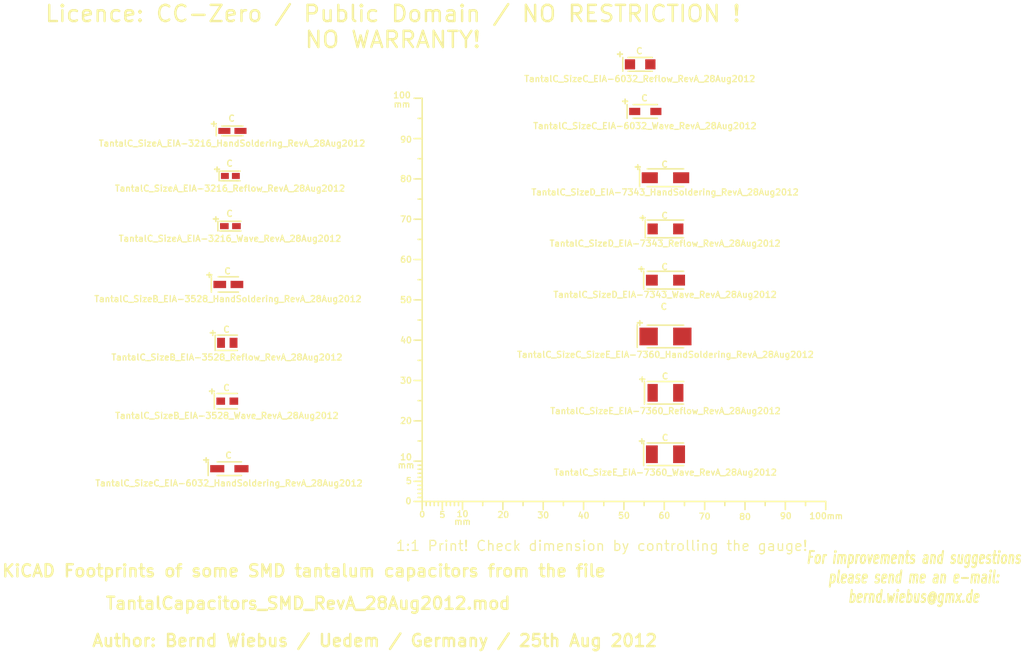
<source format=kicad_pcb>
(kicad_pcb (version 3) (host pcbnew "(2013-03-30 BZR 4007)-stable")

  (general
    (links 0)
    (no_connects 0)
    (area 28.438896 19.80049 281.542603 178.149118)
    (thickness 1.6002)
    (drawings 6)
    (tracks 0)
    (zones 0)
    (modules 16)
    (nets 1)
  )

  (page A4)
  (layers
    (15 Vorderseite signal)
    (0 Rückseite signal)
    (16 B.Adhes user)
    (17 F.Adhes user)
    (18 B.Paste user)
    (19 F.Paste user)
    (20 B.SilkS user)
    (21 F.SilkS user)
    (22 B.Mask user)
    (23 F.Mask user)
    (24 Dwgs.User user)
    (25 Cmts.User user)
    (26 Eco1.User user)
    (27 Eco2.User user)
    (28 Edge.Cuts user)
  )

  (setup
    (last_trace_width 0.2032)
    (trace_clearance 0.254)
    (zone_clearance 0.508)
    (zone_45_only no)
    (trace_min 0.2032)
    (segment_width 0.381)
    (edge_width 0.381)
    (via_size 0.889)
    (via_drill 0.635)
    (via_min_size 0.889)
    (via_min_drill 0.508)
    (uvia_size 0.508)
    (uvia_drill 0.127)
    (uvias_allowed no)
    (uvia_min_size 0.508)
    (uvia_min_drill 0.127)
    (pcb_text_width 0.3048)
    (pcb_text_size 1.524 2.032)
    (mod_edge_width 0.381)
    (mod_text_size 1.524 1.524)
    (mod_text_width 0.3048)
    (pad_size 1.524 1.524)
    (pad_drill 0.8128)
    (pad_to_mask_clearance 0.254)
    (aux_axis_origin 0 0)
    (visible_elements 7FFFFFFF)
    (pcbplotparams
      (layerselection 3178497)
      (usegerberextensions true)
      (excludeedgelayer true)
      (linewidth 60)
      (plotframeref false)
      (viasonmask false)
      (mode 1)
      (useauxorigin false)
      (hpglpennumber 1)
      (hpglpenspeed 20)
      (hpglpendiameter 15)
      (hpglpenoverlay 0)
      (psnegative false)
      (psa4output false)
      (plotreference true)
      (plotvalue true)
      (plotothertext true)
      (plotinvisibletext false)
      (padsonsilk false)
      (subtractmaskfromsilk false)
      (outputformat 1)
      (mirror false)
      (drillshape 1)
      (scaleselection 1)
      (outputdirectory ""))
  )

  (net 0 "")

  (net_class Default "Dies ist die voreingestellte Netzklasse."
    (clearance 0.254)
    (trace_width 0.2032)
    (via_dia 0.889)
    (via_drill 0.635)
    (uvia_dia 0.508)
    (uvia_drill 0.127)
    (add_net "")
  )

  (module Gauge_100mm_Type2_SilkScreenTop_RevA_Date22Jun2010 (layer Vorderseite) (tedit 4D963937) (tstamp 4D88F07A)
    (at 132.75056 141.2494)
    (descr "Gauge, Massstab, 100mm, SilkScreenTop, Type 2,")
    (tags "Gauge, Massstab, 100mm, SilkScreenTop, Type 2,")
    (path Gauge_100mm_Type2_SilkScreenTop_RevA_Date22Jun2010)
    (fp_text reference MSC (at 4.0005 8.99922) (layer F.SilkS) hide
      (effects (font (size 1.524 1.524) (thickness 0.3048)))
    )
    (fp_text value Gauge_100mm_Type2_SilkScreenTop_RevA_Date22Jun2010 (at 45.9994 8.99922) (layer F.SilkS) hide
      (effects (font (size 1.524 1.524) (thickness 0.3048)))
    )
    (fp_text user mm (at 9.99998 5.00126) (layer F.SilkS)
      (effects (font (size 1.524 1.524) (thickness 0.3048)))
    )
    (fp_text user mm (at -4.0005 -8.99922) (layer F.SilkS)
      (effects (font (size 1.524 1.524) (thickness 0.3048)))
    )
    (fp_text user mm (at -5.00126 -98.5012) (layer F.SilkS)
      (effects (font (size 1.524 1.524) (thickness 0.3048)))
    )
    (fp_text user 10 (at 10.00506 3.0988) (layer F.SilkS)
      (effects (font (size 1.50114 1.50114) (thickness 0.29972)))
    )
    (fp_text user 0 (at 0.00508 3.19786) (layer F.SilkS)
      (effects (font (size 1.39954 1.50114) (thickness 0.29972)))
    )
    (fp_text user 5 (at 5.0038 3.29946) (layer F.SilkS)
      (effects (font (size 1.50114 1.50114) (thickness 0.29972)))
    )
    (fp_text user 20 (at 20.1041 3.29946) (layer F.SilkS)
      (effects (font (size 1.50114 1.50114) (thickness 0.29972)))
    )
    (fp_text user 30 (at 30.00502 3.39852) (layer F.SilkS)
      (effects (font (size 1.50114 1.50114) (thickness 0.29972)))
    )
    (fp_text user 40 (at 40.005 3.50012) (layer F.SilkS)
      (effects (font (size 1.50114 1.50114) (thickness 0.29972)))
    )
    (fp_text user 50 (at 50.00498 3.50012) (layer F.SilkS)
      (effects (font (size 1.50114 1.50114) (thickness 0.29972)))
    )
    (fp_text user 60 (at 60.00496 3.50012) (layer F.SilkS)
      (effects (font (size 1.50114 1.50114) (thickness 0.29972)))
    )
    (fp_text user 70 (at 70.00494 3.70078) (layer F.SilkS)
      (effects (font (size 1.50114 1.50114) (thickness 0.29972)))
    )
    (fp_text user 80 (at 80.00492 3.79984) (layer F.SilkS)
      (effects (font (size 1.50114 1.50114) (thickness 0.29972)))
    )
    (fp_text user 90 (at 90.1065 3.60172) (layer F.SilkS)
      (effects (font (size 1.50114 1.50114) (thickness 0.29972)))
    )
    (fp_text user 100mm (at 100.10648 3.60172) (layer F.SilkS)
      (effects (font (size 1.50114 1.50114) (thickness 0.29972)))
    )
    (fp_line (start 0 -8.99922) (end -1.00076 -8.99922) (layer F.SilkS) (width 0.381))
    (fp_line (start 0 -8.001) (end -1.00076 -8.001) (layer F.SilkS) (width 0.381))
    (fp_line (start 0 -7.00024) (end -1.00076 -7.00024) (layer F.SilkS) (width 0.381))
    (fp_line (start 0 -5.99948) (end -1.00076 -5.99948) (layer F.SilkS) (width 0.381))
    (fp_line (start 0 -4.0005) (end -1.00076 -4.0005) (layer F.SilkS) (width 0.381))
    (fp_line (start 0 -2.99974) (end -1.00076 -2.99974) (layer F.SilkS) (width 0.381))
    (fp_line (start 0 -1.99898) (end -1.00076 -1.99898) (layer F.SilkS) (width 0.381))
    (fp_line (start 0 -1.00076) (end -1.00076 -1.00076) (layer F.SilkS) (width 0.381))
    (fp_line (start 0 0) (end -1.99898 0) (layer F.SilkS) (width 0.381))
    (fp_line (start 0 -5.00126) (end -1.99898 -5.00126) (layer F.SilkS) (width 0.381))
    (fp_line (start 0 -9.99998) (end -1.99898 -9.99998) (layer F.SilkS) (width 0.381))
    (fp_line (start 0 -15.00124) (end -1.00076 -15.00124) (layer F.SilkS) (width 0.381))
    (fp_line (start 0 -19.99996) (end -1.99898 -19.99996) (layer F.SilkS) (width 0.381))
    (fp_line (start 0 -25.00122) (end -1.00076 -25.00122) (layer F.SilkS) (width 0.381))
    (fp_line (start 0 -29.99994) (end -1.99898 -29.99994) (layer F.SilkS) (width 0.381))
    (fp_line (start 0 -35.0012) (end -1.00076 -35.0012) (layer F.SilkS) (width 0.381))
    (fp_line (start 0 -39.99992) (end -1.99898 -39.99992) (layer F.SilkS) (width 0.381))
    (fp_line (start 0 -45.00118) (end -1.00076 -45.00118) (layer F.SilkS) (width 0.381))
    (fp_line (start 0 -49.9999) (end -1.99898 -49.9999) (layer F.SilkS) (width 0.381))
    (fp_line (start 0 -55.00116) (end -1.00076 -55.00116) (layer F.SilkS) (width 0.381))
    (fp_line (start 0 -59.99988) (end -1.99898 -59.99988) (layer F.SilkS) (width 0.381))
    (fp_line (start 0 -65.00114) (end -1.00076 -65.00114) (layer F.SilkS) (width 0.381))
    (fp_line (start 0 -69.99986) (end -1.99898 -69.99986) (layer F.SilkS) (width 0.381))
    (fp_line (start 0 -75.00112) (end -1.00076 -75.00112) (layer F.SilkS) (width 0.381))
    (fp_line (start 0 -79.99984) (end -1.99898 -79.99984) (layer F.SilkS) (width 0.381))
    (fp_line (start 0 -85.0011) (end -1.00076 -85.0011) (layer F.SilkS) (width 0.381))
    (fp_line (start 0 -89.99982) (end -1.99898 -89.99982) (layer F.SilkS) (width 0.381))
    (fp_line (start 0 -95.00108) (end -1.00076 -95.00108) (layer F.SilkS) (width 0.381))
    (fp_line (start 0 0) (end 0 -99.9998) (layer F.SilkS) (width 0.381))
    (fp_line (start 0 -99.9998) (end -1.99898 -99.9998) (layer F.SilkS) (width 0.381))
    (fp_text user 100 (at -4.99872 -100.7491) (layer F.SilkS)
      (effects (font (size 1.50114 1.50114) (thickness 0.29972)))
    )
    (fp_text user 90 (at -4.0005 -89.7509) (layer F.SilkS)
      (effects (font (size 1.50114 1.50114) (thickness 0.29972)))
    )
    (fp_text user 80 (at -4.0005 -79.99984) (layer F.SilkS)
      (effects (font (size 1.50114 1.50114) (thickness 0.29972)))
    )
    (fp_text user 70 (at -4.0005 -69.99986) (layer F.SilkS)
      (effects (font (size 1.50114 1.50114) (thickness 0.29972)))
    )
    (fp_text user 60 (at -4.0005 -59.99988) (layer F.SilkS)
      (effects (font (size 1.50114 1.50114) (thickness 0.29972)))
    )
    (fp_text user 50 (at -4.0005 -49.9999) (layer F.SilkS)
      (effects (font (size 1.50114 1.50114) (thickness 0.34036)))
    )
    (fp_text user 40 (at -4.0005 -39.99992) (layer F.SilkS)
      (effects (font (size 1.50114 1.50114) (thickness 0.29972)))
    )
    (fp_text user 30 (at -4.0005 -29.99994) (layer F.SilkS)
      (effects (font (size 1.50114 1.50114) (thickness 0.29972)))
    )
    (fp_text user 20 (at -4.0005 -19.99996) (layer F.SilkS)
      (effects (font (size 1.50114 1.50114) (thickness 0.29972)))
    )
    (fp_line (start 95.00108 0) (end 95.00108 1.00076) (layer F.SilkS) (width 0.381))
    (fp_line (start 89.99982 0) (end 89.99982 1.99898) (layer F.SilkS) (width 0.381))
    (fp_line (start 85.0011 0) (end 85.0011 1.00076) (layer F.SilkS) (width 0.381))
    (fp_line (start 79.99984 0) (end 79.99984 1.99898) (layer F.SilkS) (width 0.381))
    (fp_line (start 75.00112 0) (end 75.00112 1.00076) (layer F.SilkS) (width 0.381))
    (fp_line (start 69.99986 0) (end 69.99986 1.99898) (layer F.SilkS) (width 0.381))
    (fp_line (start 65.00114 0) (end 65.00114 1.00076) (layer F.SilkS) (width 0.381))
    (fp_line (start 59.99988 0) (end 59.99988 1.99898) (layer F.SilkS) (width 0.381))
    (fp_line (start 55.00116 0) (end 55.00116 1.00076) (layer F.SilkS) (width 0.381))
    (fp_line (start 49.9999 0) (end 49.9999 1.99898) (layer F.SilkS) (width 0.381))
    (fp_line (start 45.00118 0) (end 45.00118 1.00076) (layer F.SilkS) (width 0.381))
    (fp_line (start 39.99992 0) (end 39.99992 1.99898) (layer F.SilkS) (width 0.381))
    (fp_line (start 35.0012 0) (end 35.0012 1.00076) (layer F.SilkS) (width 0.381))
    (fp_line (start 29.99994 0) (end 29.99994 1.99898) (layer F.SilkS) (width 0.381))
    (fp_line (start 25.00122 0) (end 25.00122 1.00076) (layer F.SilkS) (width 0.381))
    (fp_line (start 19.99996 0) (end 19.99996 1.99898) (layer F.SilkS) (width 0.381))
    (fp_line (start 15.00124 0) (end 15.00124 1.00076) (layer F.SilkS) (width 0.381))
    (fp_line (start 9.99998 0) (end 99.9998 0) (layer F.SilkS) (width 0.381))
    (fp_line (start 99.9998 0) (end 99.9998 1.99898) (layer F.SilkS) (width 0.381))
    (fp_text user 5 (at -3.302 -5.10286) (layer F.SilkS)
      (effects (font (size 1.50114 1.50114) (thickness 0.29972)))
    )
    (fp_text user 0 (at -3.4036 -0.10414) (layer F.SilkS)
      (effects (font (size 1.50114 1.50114) (thickness 0.29972)))
    )
    (fp_text user 10 (at -4.0005 -11.00074) (layer F.SilkS)
      (effects (font (size 1.50114 1.50114) (thickness 0.29972)))
    )
    (fp_line (start 8.99922 0) (end 8.99922 1.00076) (layer F.SilkS) (width 0.381))
    (fp_line (start 8.001 0) (end 8.001 1.00076) (layer F.SilkS) (width 0.381))
    (fp_line (start 7.00024 0) (end 7.00024 1.00076) (layer F.SilkS) (width 0.381))
    (fp_line (start 5.99948 0) (end 5.99948 1.00076) (layer F.SilkS) (width 0.381))
    (fp_line (start 4.0005 0) (end 4.0005 1.00076) (layer F.SilkS) (width 0.381))
    (fp_line (start 2.99974 0) (end 2.99974 1.00076) (layer F.SilkS) (width 0.381))
    (fp_line (start 1.99898 0) (end 1.99898 1.00076) (layer F.SilkS) (width 0.381))
    (fp_line (start 1.00076 0) (end 1.00076 1.00076) (layer F.SilkS) (width 0.381))
    (fp_line (start 5.00126 0) (end 5.00126 1.99898) (layer F.SilkS) (width 0.381))
    (fp_line (start 0 0) (end 0 1.99898) (layer F.SilkS) (width 0.381))
    (fp_line (start 0 0) (end 9.99998 0) (layer F.SilkS) (width 0.381))
    (fp_line (start 9.99998 0) (end 9.99998 1.99898) (layer F.SilkS) (width 0.381))
  )

  (module TantalC_SizeA_EIA-3216_HandSoldering_RevA_28Aug2012 (layer Vorderseite) (tedit 503CCCF0) (tstamp 503CCCE0)
    (at 85.73008 49.34966)
    (descr "Tantal Cap. , Size A, EIA-3216, Hand Soldering,")
    (tags "Tantal Cap. , Size A, EIA-3216, Hand Soldering,")
    (path TantalC_SizeA_EIA-3216_HandSoldering_RevA_28Aug2012)
    (attr smd)
    (fp_text reference C (at -0.20066 -3.0988) (layer F.SilkS)
      (effects (font (size 1.524 1.524) (thickness 0.3048)))
    )
    (fp_text value TantalC_SizeA_EIA-3216_HandSoldering_RevA_28Aug2012 (at -0.09906 3.0988) (layer F.SilkS)
      (effects (font (size 1.524 1.524) (thickness 0.3048)))
    )
    (fp_text user + (at -4.59994 -1.80086) (layer F.SilkS)
      (effects (font (size 1.524 1.524) (thickness 0.3048)))
    )
    (fp_line (start -2.60096 1.19888) (end 2.60096 1.19888) (layer F.SilkS) (width 0.381))
    (fp_line (start 2.60096 -1.19888) (end -2.60096 -1.19888) (layer F.SilkS) (width 0.381))
    (fp_line (start -4.59994 -2.2987) (end -4.59994 -1.19888) (layer F.SilkS) (width 0.381))
    (fp_line (start -5.19938 -1.79832) (end -4.0005 -1.79832) (layer F.SilkS) (width 0.381))
    (fp_line (start -3.99542 -1.19888) (end -3.99542 1.19888) (layer F.SilkS) (width 0.381))
    (pad 2 smd rect (at 1.99898 0) (size 2.99974 1.50114)
      (layers Vorderseite F.Paste F.Mask)
    )
    (pad 1 smd rect (at -1.99898 0) (size 2.99974 1.50114)
      (layers Vorderseite F.Paste F.Mask)
    )
  )

  (module TantalC_SizeA_EIA-3216_Reflow_RevA_28Aug2012 (layer Vorderseite) (tedit 503CCD28) (tstamp 503CCD15)
    (at 85.2297 60.52058)
    (descr "Tantal Cap. , Size A, EIA-3216, Reflow,")
    (tags "Tantal Cap. , Size A, EIA-3216, reflow,")
    (path TantalC_SizeA_EIA-3216_Reflow_RevA_28Aug2012)
    (attr smd)
    (fp_text reference C (at -0.20066 -3.0988) (layer F.SilkS)
      (effects (font (size 1.524 1.524) (thickness 0.3048)))
    )
    (fp_text value TantalC_SizeA_EIA-3216_Reflow_RevA_28Aug2012 (at -0.09906 3.0988) (layer F.SilkS)
      (effects (font (size 1.524 1.524) (thickness 0.3048)))
    )
    (fp_text user + (at -3.29946 -1.69926) (layer F.SilkS)
      (effects (font (size 1.524 1.524) (thickness 0.3048)))
    )
    (fp_line (start 1.6002 -1.19888) (end 2.4003 -1.19888) (layer F.SilkS) (width 0.381))
    (fp_line (start -1.6002 -1.19888) (end -2.4003 -1.19888) (layer F.SilkS) (width 0.381))
    (fp_line (start -1.6002 1.19888) (end -2.4003 1.19888) (layer F.SilkS) (width 0.381))
    (fp_line (start 1.6002 1.19888) (end 2.4003 1.19888) (layer F.SilkS) (width 0.381))
    (fp_line (start -3.29946 -2.19964) (end -3.29946 -1.09982) (layer F.SilkS) (width 0.381))
    (fp_line (start -3.8989 -1.69926) (end -2.70002 -1.69926) (layer F.SilkS) (width 0.381))
    (fp_line (start -2.79908 -1.19888) (end -2.79908 1.19888) (layer F.SilkS) (width 0.381))
    (fp_line (start 1.6002 -1.19888) (end -1.6002 -1.19888) (layer F.SilkS) (width 0.381))
    (fp_line (start 1.6002 1.19888) (end -1.6002 1.19888) (layer F.SilkS) (width 0.381))
    (pad 2 smd rect (at 1.3589 0) (size 1.95072 1.50114)
      (layers Vorderseite F.Paste F.Mask)
    )
    (pad 1 smd rect (at -1.3589 0) (size 1.95072 1.50114)
      (layers Vorderseite F.Paste F.Mask)
    )
  )

  (module TantalC_SizeA_EIA-3216_Wave_RevA_28Aug2012 (layer Vorderseite) (tedit 503CCD5C) (tstamp 503CCD49)
    (at 85.2297 72.95896)
    (descr "Tantal Cap. , Size A, EIA-3216, Wave,")
    (tags "Tantal Cap. , Size A, EIA-3216, Wave,")
    (path TantalC_SizeA_EIA-3216_Wave_RevA_28Aug2012)
    (attr smd)
    (fp_text reference C (at -0.20066 -3.0988) (layer F.SilkS)
      (effects (font (size 1.524 1.524) (thickness 0.3048)))
    )
    (fp_text value TantalC_SizeA_EIA-3216_Wave_RevA_28Aug2012 (at -0.09906 3.0988) (layer F.SilkS)
      (effects (font (size 1.524 1.524) (thickness 0.3048)))
    )
    (fp_text user + (at -3.59918 -1.80086) (layer F.SilkS)
      (effects (font (size 1.524 1.524) (thickness 0.3048)))
    )
    (fp_line (start -2.60096 1.19888) (end 2.60096 1.19888) (layer F.SilkS) (width 0.381))
    (fp_line (start 2.60096 -1.19888) (end -2.60096 -1.19888) (layer F.SilkS) (width 0.381))
    (fp_line (start -3.59918 -2.2987) (end -3.59918 -1.19888) (layer F.SilkS) (width 0.381))
    (fp_line (start -4.19862 -1.79832) (end -2.99974 -1.79832) (layer F.SilkS) (width 0.381))
    (fp_line (start -3.09626 -1.19888) (end -3.09626 1.19888) (layer F.SilkS) (width 0.381))
    (pad 2 smd rect (at 1.50114 0) (size 2.14884 1.50114)
      (layers Vorderseite F.Paste F.Mask)
    )
    (pad 1 smd rect (at -1.50114 0) (size 2.14884 1.50114)
      (layers Vorderseite F.Paste F.Mask)
    )
  )

  (module TantalC_SizeB_EIA-3528_HandSoldering_RevA_28Aug2012 (layer Vorderseite) (tedit 503CCD7D) (tstamp 503CCD6F)
    (at 84.7217 87.42934)
    (descr "Tantal Cap. , Size B, EIA-3528, Hand Soldering,")
    (tags "Tantal Cap. , Size B, EIA-3528, Hand Soldering,")
    (path TantalC_SizeB_EIA-3528_HandSoldering_RevA_28Aug2012)
    (attr smd)
    (fp_text reference C (at -0.20066 -3.29946) (layer F.SilkS)
      (effects (font (size 1.524 1.524) (thickness 0.3048)))
    )
    (fp_text value TantalC_SizeB_EIA-3528_HandSoldering_RevA_28Aug2012 (at -0.09906 3.59918) (layer F.SilkS)
      (effects (font (size 1.524 1.524) (thickness 0.3048)))
    )
    (fp_text user + (at -4.70154 -2.4003) (layer F.SilkS)
      (effects (font (size 1.524 1.524) (thickness 0.3048)))
    )
    (fp_line (start -4.20116 -1.89992) (end -4.20116 1.89992) (layer F.SilkS) (width 0.381))
    (fp_line (start 2.49936 -1.89992) (end -2.49936 -1.89992) (layer F.SilkS) (width 0.381))
    (fp_line (start 2.49682 1.89992) (end -2.5019 1.89992) (layer F.SilkS) (width 0.381))
    (fp_line (start -4.70408 -2.90322) (end -4.70408 -1.8034) (layer F.SilkS) (width 0.381))
    (fp_line (start -5.30352 -2.40284) (end -4.10464 -2.40284) (layer F.SilkS) (width 0.381))
    (pad 2 smd rect (at 2.12598 0) (size 3.1496 1.80086)
      (layers Vorderseite F.Paste F.Mask)
    )
    (pad 1 smd rect (at -2.12598 0) (size 3.1496 1.80086)
      (layers Vorderseite F.Paste F.Mask)
    )
  )

  (module TantalC_SizeB_EIA-3528_Reflow_RevA_28Aug2012 (layer Vorderseite) (tedit 503CCD95) (tstamp 503CCD88)
    (at 84.46008 101.89972)
    (descr "Tantal Cap. , Size B, EIA-3528, Reflow,")
    (tags "Tantal Cap. , Size B, EIA-3528, Reflow,")
    (path TantalC_SizeB_EIA-3528_Reflow_RevA_28Aug2012)
    (attr smd)
    (fp_text reference C (at -0.20066 -3.29946) (layer F.SilkS)
      (effects (font (size 1.524 1.524) (thickness 0.3048)))
    )
    (fp_text value TantalC_SizeB_EIA-3528_Reflow_RevA_28Aug2012 (at -0.09906 3.59918) (layer F.SilkS)
      (effects (font (size 1.524 1.524) (thickness 0.3048)))
    )
    (fp_text user + (at -3.59918 -2.49936) (layer F.SilkS)
      (effects (font (size 1.524 1.524) (thickness 0.3048)))
    )
    (fp_line (start -2.99974 -1.89992) (end -2.99974 1.89992) (layer F.SilkS) (width 0.381))
    (fp_line (start 2.49936 -1.89992) (end -2.49936 -1.89992) (layer F.SilkS) (width 0.381))
    (fp_line (start 2.49682 1.89992) (end -2.5019 1.89992) (layer F.SilkS) (width 0.381))
    (fp_line (start -3.60172 -3.00228) (end -3.60172 -1.90246) (layer F.SilkS) (width 0.381))
    (fp_line (start -4.20116 -2.5019) (end -3.00228 -2.5019) (layer F.SilkS) (width 0.381))
    (pad 2 smd rect (at 1.5494 0) (size 1.95072 2.49936)
      (layers Vorderseite F.Paste F.Mask)
    )
    (pad 1 smd rect (at -1.5494 0) (size 1.95072 2.49936)
      (layers Vorderseite F.Paste F.Mask)
    )
  )

  (module TantalC_SizeB_EIA-3528_Wave_RevA_28Aug2012 (layer Vorderseite) (tedit 503CCDAD) (tstamp 503CCDA4)
    (at 84.46008 116.3701)
    (descr "Tantal Cap. , Size B, EIA-3528, Wave,")
    (tags "Tantal Cap. , Size B, EIA-3528, Wave,")
    (path TantalC_SizeB_EIA-3528_Wave_RevA_28Aug2012)
    (attr smd)
    (fp_text reference C (at -0.20066 -3.29946) (layer F.SilkS)
      (effects (font (size 1.524 1.524) (thickness 0.3048)))
    )
    (fp_text value TantalC_SizeB_EIA-3528_Wave_RevA_28Aug2012 (at -0.09906 3.59918) (layer F.SilkS)
      (effects (font (size 1.524 1.524) (thickness 0.3048)))
    )
    (fp_text user + (at -3.79984 -2.49936) (layer F.SilkS)
      (effects (font (size 1.524 1.524) (thickness 0.3048)))
    )
    (fp_line (start -3.2004 -1.89992) (end -3.2004 1.89992) (layer F.SilkS) (width 0.381))
    (fp_line (start 2.49936 -1.89992) (end -2.49936 -1.89992) (layer F.SilkS) (width 0.381))
    (fp_line (start 2.49682 1.89992) (end -2.5019 1.89992) (layer F.SilkS) (width 0.381))
    (fp_line (start -3.80238 -3.00228) (end -3.80238 -1.90246) (layer F.SilkS) (width 0.381))
    (fp_line (start -4.40182 -2.5019) (end -3.20294 -2.5019) (layer F.SilkS) (width 0.381))
    (pad 2 smd rect (at 1.6256 0) (size 2.14884 1.80086)
      (layers Vorderseite F.Paste F.Mask)
    )
    (pad 1 smd rect (at -1.6256 0) (size 2.14884 1.80086)
      (layers Vorderseite F.Paste F.Mask)
    )
  )

  (module TantalC_SizeC_EIA-6032_HandSoldering_RevA_28Aug2012 (layer Vorderseite) (tedit 503CCDCE) (tstamp 503CCDC1)
    (at 84.97062 133.11886)
    (descr "Tantal Cap. , Size C, EIA-6032, Hand Soldering,")
    (tags "Tantal Cap. , Size C, EIA-6032, Hand Soldering,")
    (path TantalC_SizeC_EIA-6032_HandSoldering_RevA_28Aug2012)
    (attr smd)
    (fp_text reference C (at -0.20066 -3.29946) (layer F.SilkS)
      (effects (font (size 1.524 1.524) (thickness 0.3048)))
    )
    (fp_text value TantalC_SizeC_EIA-6032_HandSoldering_RevA_28Aug2012 (at -0.09906 3.59918) (layer F.SilkS)
      (effects (font (size 1.524 1.524) (thickness 0.3048)))
    )
    (fp_line (start -5.25018 -1.69926) (end -5.25018 1.69926) (layer F.SilkS) (width 0.381))
    (fp_line (start 2.99974 1.69926) (end -2.99974 1.69926) (layer F.SilkS) (width 0.381))
    (fp_line (start 2.99974 -1.69926) (end -2.99974 -1.69926) (layer F.SilkS) (width 0.381))
    (fp_text user + (at -5.75056 -2.19964) (layer F.SilkS)
      (effects (font (size 1.524 1.524) (thickness 0.3048)))
    )
    (fp_line (start -5.7531 -2.70256) (end -5.7531 -1.60274) (layer F.SilkS) (width 0.381))
    (fp_line (start -6.35254 -2.20218) (end -5.15366 -2.20218) (layer F.SilkS) (width 0.381))
    (pad 2 smd rect (at 2.99974 0) (size 3.50012 1.80086)
      (layers Vorderseite F.Paste F.Mask)
    )
    (pad 1 smd rect (at -2.99974 0) (size 3.50012 1.80086)
      (layers Vorderseite F.Paste F.Mask)
    )
  )

  (module TantalC_SizeC_EIA-6032_Reflow_RevA_28Aug2012 (layer Vorderseite) (tedit 503CCDE8) (tstamp 503CCDDE)
    (at 186.76874 32.83966)
    (descr "Tantal Cap. , Size C, EIA-6032, Reflow,")
    (tags "Tantal Cap. , Size C, EIA-6032, Reflow,")
    (path TantalC_SizeC_EIA-6032_Reflow_RevA_28Aug2012)
    (attr smd)
    (fp_text reference C (at -0.20066 -3.29946) (layer F.SilkS)
      (effects (font (size 1.524 1.524) (thickness 0.3048)))
    )
    (fp_text value TantalC_SizeC_EIA-6032_Reflow_RevA_28Aug2012 (at -0.09906 3.59918) (layer F.SilkS)
      (effects (font (size 1.524 1.524) (thickness 0.3048)))
    )
    (fp_line (start -4.30022 -1.69926) (end -4.30022 1.69926) (layer F.SilkS) (width 0.381))
    (fp_line (start 2.99974 1.69926) (end -2.99974 1.69926) (layer F.SilkS) (width 0.381))
    (fp_line (start 2.99974 -1.69926) (end -2.99974 -1.69926) (layer F.SilkS) (width 0.381))
    (fp_text user + (at -4.99872 -2.55016) (layer F.SilkS)
      (effects (font (size 1.524 1.524) (thickness 0.3048)))
    )
    (fp_line (start -5.00126 -3.05308) (end -5.00126 -1.95326) (layer F.SilkS) (width 0.381))
    (fp_line (start -5.6007 -2.5527) (end -4.40182 -2.5527) (layer F.SilkS) (width 0.381))
    (pad 2 smd rect (at 2.52476 0) (size 2.55016 2.49936)
      (layers Vorderseite F.Paste F.Mask)
    )
    (pad 1 smd rect (at -2.52476 0) (size 2.55016 2.49936)
      (layers Vorderseite F.Paste F.Mask)
    )
  )

  (module TantalC_SizeC_EIA-6032_Wave_RevA_28Aug2012 (layer Vorderseite) (tedit 503CCDFF) (tstamp 503CCDF2)
    (at 188.03874 44.52112)
    (descr "Tantal Cap. , Size C, EIA-6032, Wave,")
    (tags "Tantal Cap. , Size C, EIA-6032, Wave,")
    (path TantalC_SizeC_EIA-6032_Wave_RevA_28Aug2012)
    (attr smd)
    (fp_text reference C (at -0.20066 -3.29946) (layer F.SilkS)
      (effects (font (size 1.524 1.524) (thickness 0.3048)))
    )
    (fp_text value TantalC_SizeC_EIA-6032_Wave_RevA_28Aug2012 (at -0.09906 3.59918) (layer F.SilkS)
      (effects (font (size 1.524 1.524) (thickness 0.3048)))
    )
    (fp_line (start -4.50088 -1.69926) (end -4.50088 1.69926) (layer F.SilkS) (width 0.381))
    (fp_line (start 2.99974 1.69926) (end -2.99974 1.69926) (layer F.SilkS) (width 0.381))
    (fp_line (start 2.99974 -1.69926) (end -2.99974 -1.69926) (layer F.SilkS) (width 0.381))
    (fp_text user + (at -4.99872 -2.55016) (layer F.SilkS)
      (effects (font (size 1.524 1.524) (thickness 0.3048)))
    )
    (fp_line (start -5.00126 -3.05308) (end -5.00126 -1.95326) (layer F.SilkS) (width 0.381))
    (fp_line (start -5.6007 -2.5527) (end -4.40182 -2.5527) (layer F.SilkS) (width 0.381))
    (pad 2 smd rect (at 2.62382 0) (size 2.75082 1.80086)
      (layers Vorderseite F.Paste F.Mask)
    )
    (pad 1 smd rect (at -2.62382 0) (size 2.75082 1.80086)
      (layers Vorderseite F.Paste F.Mask)
    )
  )

  (module TantalC_SizeD_EIA-7343_HandSoldering_RevA_28Aug2012 (layer Vorderseite) (tedit 50E80555) (tstamp 50E80A27)
    (at 193.04 60.96)
    (descr "Tantal Cap. , Size D, EIA-7343, Hand Soldering,")
    (tags "Tantal Cap. , Size D, EIA-7343, Hand Soldering,")
    (path TantalC_SizeD_EIA-7343_Wave_RevA_28Aug2012)
    (attr smd)
    (fp_text reference C (at -0.20066 -3.29946) (layer F.SilkS)
      (effects (font (size 1.524 1.524) (thickness 0.3048)))
    )
    (fp_text value TantalC_SizeD_EIA-7343_HandSoldering_RevA_28Aug2012 (at -0.09906 3.59918) (layer F.SilkS)
      (effects (font (size 1.524 1.524) (thickness 0.3048)))
    )
    (fp_line (start -6.40334 -2.19964) (end -6.40334 2.19964) (layer F.SilkS) (width 0.381))
    (fp_line (start -4.50088 2.19964) (end 4.50088 2.19964) (layer F.SilkS) (width 0.381))
    (fp_line (start 4.50088 -2.19964) (end -4.50088 -2.19964) (layer F.SilkS) (width 0.381))
    (fp_text user + (at -6.85546 -2.70002) (layer F.SilkS)
      (effects (font (size 1.524 1.524) (thickness 0.3048)))
    )
    (fp_line (start -6.858 -3.20294) (end -6.858 -2.10312) (layer F.SilkS) (width 0.381))
    (fp_line (start -7.45744 -2.70256) (end -6.25856 -2.70256) (layer F.SilkS) (width 0.381))
    (pad 2 smd rect (at 3.88874 0) (size 4.0005 2.70002)
      (layers Vorderseite F.Paste F.Mask)
    )
    (pad 1 smd rect (at -3.88874 0) (size 4.0005 2.70002)
      (layers Vorderseite F.Paste F.Mask)
    )
  )

  (module TantalC_SizeD_EIA-7343_Reflow_RevA_28Aug2012 (layer Vorderseite) (tedit 50E80577) (tstamp 50E80B14)
    (at 193.04 73.66)
    (descr "Tantal Cap. , Size D, EIA-7343, Reflow,")
    (tags "Tantal Cap. , Size D, EIA-7343, Reflow,")
    (attr smd)
    (fp_text reference C (at -0.20066 -3.29946) (layer F.SilkS)
      (effects (font (size 1.524 1.524) (thickness 0.3048)))
    )
    (fp_text value TantalC_SizeD_EIA-7343_Reflow_RevA_28Aug2012 (at -0.09906 3.59918) (layer F.SilkS)
      (effects (font (size 1.524 1.524) (thickness 0.3048)))
    )
    (fp_line (start -5.00126 -2.19964) (end -5.00126 2.19964) (layer F.SilkS) (width 0.381))
    (fp_line (start -4.50088 2.19964) (end 4.50088 2.19964) (layer F.SilkS) (width 0.381))
    (fp_line (start 4.50088 -2.19964) (end -4.50088 -2.19964) (layer F.SilkS) (width 0.381))
    (fp_text user + (at -5.6515 -2.79908) (layer F.SilkS)
      (effects (font (size 1.524 1.524) (thickness 0.3048)))
    )
    (fp_line (start -5.65404 -3.302) (end -5.65404 -2.20218) (layer F.SilkS) (width 0.381))
    (fp_line (start -6.25348 -2.80162) (end -5.0546 -2.80162) (layer F.SilkS) (width 0.381))
    (pad 2 smd rect (at 3.175 0) (size 2.55016 2.70002)
      (layers Vorderseite F.Paste F.Mask)
    )
    (pad 1 smd rect (at -3.175 0) (size 2.55016 2.70002)
      (layers Vorderseite F.Paste F.Mask)
    )
  )

  (module TantalC_SizeD_EIA-7343_Wave_RevA_28Aug2012 (layer Vorderseite) (tedit 50E80591) (tstamp 50E80C01)
    (at 193.04 86.36)
    (descr "Tantal Cap. , Size D, EIA-7343, Wave,")
    (tags "Tantal Cap. , Size D, EIA-7343, Wave,")
    (attr smd)
    (fp_text reference C (at -0.20066 -3.29946) (layer F.SilkS)
      (effects (font (size 1.524 1.524) (thickness 0.3048)))
    )
    (fp_text value TantalC_SizeD_EIA-7343_Wave_RevA_28Aug2012 (at -0.09906 3.59918) (layer F.SilkS)
      (effects (font (size 1.524 1.524) (thickness 0.3048)))
    )
    (fp_line (start -5.40004 -2.19964) (end -5.40004 2.19964) (layer F.SilkS) (width 0.381))
    (fp_line (start -4.50088 2.19964) (end 4.50088 2.19964) (layer F.SilkS) (width 0.381))
    (fp_line (start 4.50088 -2.19964) (end -4.50088 -2.19964) (layer F.SilkS) (width 0.381))
    (fp_text user + (at -5.95376 -2.79908) (layer F.SilkS)
      (effects (font (size 1.524 1.524) (thickness 0.3048)))
    )
    (fp_line (start -5.9563 -3.302) (end -5.9563 -2.20218) (layer F.SilkS) (width 0.381))
    (fp_line (start -6.55574 -2.80162) (end -5.35686 -2.80162) (layer F.SilkS) (width 0.381))
    (pad 2 smd rect (at 3.37566 0) (size 2.94894 2.70002)
      (layers Vorderseite F.Paste F.Mask)
    )
    (pad 1 smd rect (at -3.37566 0) (size 2.94894 2.70002)
      (layers Vorderseite F.Paste F.Mask)
    )
  )

  (module TantalC_SizeE_EIA-7360_HandSoldering_RevA_28Aug2012 (layer Vorderseite) (tedit 50E805A7) (tstamp 50E80CEE)
    (at 193.04 100.33)
    (descr "Tantal Cap. , Size E, EIA-7360, Hand Soldering,")
    (tags "Tantal Cap. , Size E, EIA-7360, Hand Soldering,")
    (attr smd)
    (fp_text reference C (at -0.39878 -7.39902) (layer F.SilkS)
      (effects (font (size 1.524 1.524) (thickness 0.3048)))
    )
    (fp_text value TantalC_SizeC_SizeE_EIA-7360_HandSoldering_RevA_28Aug2012 (at 0 4.50088) (layer F.SilkS)
      (effects (font (size 1.524 1.524) (thickness 0.3048)))
    )
    (fp_line (start -7.00024 -2.90068) (end -7.00024 2.69748) (layer F.SilkS) (width 0.381))
    (fp_line (start -4.50088 2.79908) (end 4.50088 2.79908) (layer F.SilkS) (width 0.381))
    (fp_line (start 4.50088 -2.79908) (end -4.50088 -2.79908) (layer F.SilkS) (width 0.381))
    (fp_text user + (at -6.35 -3.39852) (layer F.SilkS)
      (effects (font (size 1.524 1.524) (thickness 0.3048)))
    )
    (fp_line (start -6.35254 -3.90144) (end -6.35254 -2.80162) (layer F.SilkS) (width 0.381))
    (fp_line (start -6.95198 -3.40106) (end -5.7531 -3.40106) (layer F.SilkS) (width 0.381))
    (pad 2 smd rect (at 4.17576 0) (size 4.54914 4.39928)
      (layers Vorderseite F.Paste F.Mask)
    )
    (pad 1 smd rect (at -4.17576 0) (size 4.54914 4.39928)
      (layers Vorderseite F.Paste F.Mask)
    )
  )

  (module TantalC_SizeE_EIA-7360_Reflow_RevA_28Aug2012 (layer Vorderseite) (tedit 50E805B8) (tstamp 50E80DDB)
    (at 193.04 114.3)
    (descr "Tantal Cap. , Size E, EIA-7360, Reflow,")
    (tags "Tantal Cap. , Size E, EIA-7360, Reflow,")
    (attr smd)
    (fp_text reference C (at -0.09906 -4.09956) (layer F.SilkS)
      (effects (font (size 1.524 1.524) (thickness 0.3048)))
    )
    (fp_text value TantalC_SizeE_EIA-7360_Reflow_RevA_28Aug2012 (at 0 4.50088) (layer F.SilkS)
      (effects (font (size 1.524 1.524) (thickness 0.3048)))
    )
    (fp_line (start -5.19938 -2.79908) (end -5.19938 2.79908) (layer F.SilkS) (width 0.381))
    (fp_line (start -4.50088 2.79908) (end 4.50088 2.79908) (layer F.SilkS) (width 0.381))
    (fp_line (start 4.50088 -2.79908) (end -4.50088 -2.79908) (layer F.SilkS) (width 0.381))
    (fp_text user + (at -5.75056 -3.39852) (layer F.SilkS)
      (effects (font (size 1.524 1.524) (thickness 0.3048)))
    )
    (fp_line (start -5.7531 -3.90144) (end -5.7531 -2.80162) (layer F.SilkS) (width 0.381))
    (fp_line (start -6.35254 -3.40106) (end -5.15366 -3.40106) (layer F.SilkS) (width 0.381))
    (pad 2 smd rect (at 3.175 0) (size 2.55016 4.39928)
      (layers Vorderseite F.Paste F.Mask)
    )
    (pad 1 smd rect (at -3.175 0) (size 2.55016 4.39928)
      (layers Vorderseite F.Paste F.Mask)
    )
  )

  (module TantalC_SizeE_EIA-7360_Wave_RevA_28Aug2012 (layer Vorderseite) (tedit 50E805CF) (tstamp 50E80EC8)
    (at 193.04 129.54)
    (descr "Tantal Cap. , Size E, EIA-7360, Wave,")
    (tags "Tantal Cap. , Size E, EIA-7360, Wave,")
    (path TantalC_SizeE_EIA-7360_Reflow_RevA_28Aug2012)
    (attr smd)
    (fp_text reference C (at -0.09906 -4.09956) (layer F.SilkS)
      (effects (font (size 1.524 1.524) (thickness 0.3048)))
    )
    (fp_text value TantalC_SizeE_EIA-7360_Wave_RevA_28Aug2012 (at 0 4.50088) (layer F.SilkS)
      (effects (font (size 1.524 1.524) (thickness 0.3048)))
    )
    (fp_line (start -5.40004 -2.79908) (end -5.40004 2.79908) (layer F.SilkS) (width 0.381))
    (fp_line (start -4.50088 2.79908) (end 4.50088 2.79908) (layer F.SilkS) (width 0.381))
    (fp_line (start 4.50088 -2.79908) (end -4.50088 -2.79908) (layer F.SilkS) (width 0.381))
    (fp_text user + (at -5.85216 -3.29946) (layer F.SilkS)
      (effects (font (size 1.524 1.524) (thickness 0.3048)))
    )
    (fp_line (start -5.8547 -3.80238) (end -5.8547 -2.70256) (layer F.SilkS) (width 0.381))
    (fp_line (start -6.45414 -3.302) (end -5.25526 -3.302) (layer F.SilkS) (width 0.381))
    (pad 2 smd rect (at 3.37058 0) (size 2.94894 4.39928)
      (layers Vorderseite F.Paste F.Mask)
    )
    (pad 1 smd rect (at -3.37058 0) (size 2.94894 4.39928)
      (layers Vorderseite F.Paste F.Mask)
    )
  )

  (gr_text "For improvements and suggestions\nplease send me an e-mail:\nbernd.wiebus@gmx.de" (at 254.6096 159.99968) (layer F.SilkS)
    (effects (font (size 2.99974 1.99898) (thickness 0.50038) italic))
  )
  (gr_text "1:1 Print! Check dimension by controlling the gauge!" (at 177.24882 152.25014) (layer F.SilkS)
    (effects (font (size 2.49936 2.49936) (thickness 0.29972)))
  )
  (gr_text "Licence: CC-Zero / Public Domain / NO RESTRICTION !\nNO WARRANTY!" (at 125.5 23.5) (layer F.SilkS)
    (effects (font (size 4.0005 4.0005) (thickness 0.59944)))
  )
  (gr_text "Author: Bernd Wiebus / Uedem / Germany / 25th Aug 2012" (at 121.00012 175.74958) (layer F.SilkS)
    (effects (font (size 2.99974 2.99974) (thickness 0.59944)))
  )
  (gr_text TantalCapacitors_SMD_RevA_28Aug2012.mod (at 104.50028 166.4989) (layer F.SilkS)
    (effects (font (size 2.99974 2.99974) (thickness 0.59944)))
  )
  (gr_text "KiCAD Footprints of some SMD tantalum capacitors from the file " (at 104.58918 158.44964) (layer F.SilkS)
    (effects (font (size 2.99974 2.99974) (thickness 0.59944)))
  )

)

</source>
